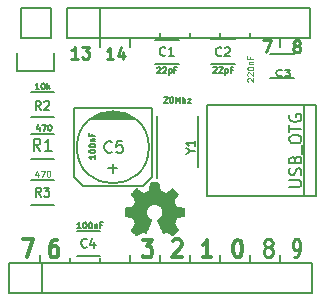
<source format=gbr>
G04 #@! TF.FileFunction,Legend,Top*
%FSLAX46Y46*%
G04 Gerber Fmt 4.6, Leading zero omitted, Abs format (unit mm)*
G04 Created by KiCad (PCBNEW 4.0.4+dfsg1-stable) date Sat Feb  4 10:26:13 2017*
%MOMM*%
%LPD*%
G01*
G04 APERTURE LIST*
%ADD10C,0.100000*%
%ADD11C,0.127000*%
%ADD12C,0.200000*%
%ADD13C,0.250000*%
%ADD14C,0.300000*%
%ADD15C,0.254000*%
%ADD16C,0.002540*%
%ADD17C,0.150000*%
%ADD18C,0.140000*%
%ADD19C,0.125000*%
G04 APERTURE END LIST*
D10*
D11*
X37694810Y-33933191D02*
X37694810Y-34223477D01*
X37694810Y-34078334D02*
X37186810Y-34078334D01*
X37259381Y-34126715D01*
X37307762Y-34175096D01*
X37331952Y-34223477D01*
X37186810Y-33618715D02*
X37186810Y-33570334D01*
X37211000Y-33521953D01*
X37235190Y-33497762D01*
X37283571Y-33473572D01*
X37380333Y-33449381D01*
X37501286Y-33449381D01*
X37598048Y-33473572D01*
X37646429Y-33497762D01*
X37670619Y-33521953D01*
X37694810Y-33570334D01*
X37694810Y-33618715D01*
X37670619Y-33667096D01*
X37646429Y-33691286D01*
X37598048Y-33715477D01*
X37501286Y-33739667D01*
X37380333Y-33739667D01*
X37283571Y-33715477D01*
X37235190Y-33691286D01*
X37211000Y-33667096D01*
X37186810Y-33618715D01*
X37186810Y-33134905D02*
X37186810Y-33086524D01*
X37211000Y-33038143D01*
X37235190Y-33013952D01*
X37283571Y-32989762D01*
X37380333Y-32965571D01*
X37501286Y-32965571D01*
X37598048Y-32989762D01*
X37646429Y-33013952D01*
X37670619Y-33038143D01*
X37694810Y-33086524D01*
X37694810Y-33134905D01*
X37670619Y-33183286D01*
X37646429Y-33207476D01*
X37598048Y-33231667D01*
X37501286Y-33255857D01*
X37380333Y-33255857D01*
X37283571Y-33231667D01*
X37235190Y-33207476D01*
X37211000Y-33183286D01*
X37186810Y-33134905D01*
X37356143Y-32747857D02*
X37694810Y-32747857D01*
X37404524Y-32747857D02*
X37380333Y-32723666D01*
X37356143Y-32675285D01*
X37356143Y-32602714D01*
X37380333Y-32554333D01*
X37428714Y-32530142D01*
X37694810Y-32530142D01*
X37428714Y-32118904D02*
X37428714Y-32288238D01*
X37694810Y-32288238D02*
X37186810Y-32288238D01*
X37186810Y-32046333D01*
D12*
X40640000Y-42926000D02*
X40640000Y-42418000D01*
X43180000Y-42926000D02*
X43180000Y-42418000D01*
X45720000Y-42926000D02*
X45720000Y-42418000D01*
X53340000Y-24130000D02*
X53340000Y-24765000D01*
X50800000Y-23876000D02*
X50800000Y-23622000D01*
X48260000Y-23876000D02*
X48260000Y-23622000D01*
X45720000Y-23876000D02*
X45720000Y-23622000D01*
X43180000Y-23876000D02*
X43180000Y-23622000D01*
X40640000Y-24130000D02*
X40640000Y-24765000D01*
X38100000Y-24130000D02*
X38100000Y-24765000D01*
X33020000Y-42926000D02*
X33020000Y-42418000D01*
X38100000Y-42926000D02*
X38100000Y-42672000D01*
X35560000Y-42926000D02*
X35560000Y-42672000D01*
X50800000Y-42926000D02*
X50800000Y-42418000D01*
X53340000Y-42926000D02*
X53340000Y-42418000D01*
X48260000Y-42926000D02*
X48260000Y-42418000D01*
D13*
X51889067Y-24217381D02*
X52555734Y-24217381D01*
X52127162Y-25217381D01*
X54641762Y-24645952D02*
X54546524Y-24598333D01*
X54498905Y-24550714D01*
X54451286Y-24455476D01*
X54451286Y-24407857D01*
X54498905Y-24312619D01*
X54546524Y-24265000D01*
X54641762Y-24217381D01*
X54832239Y-24217381D01*
X54927477Y-24265000D01*
X54975096Y-24312619D01*
X55022715Y-24407857D01*
X55022715Y-24455476D01*
X54975096Y-24550714D01*
X54927477Y-24598333D01*
X54832239Y-24645952D01*
X54641762Y-24645952D01*
X54546524Y-24693571D01*
X54498905Y-24741190D01*
X54451286Y-24836429D01*
X54451286Y-25026905D01*
X54498905Y-25122143D01*
X54546524Y-25169762D01*
X54641762Y-25217381D01*
X54832239Y-25217381D01*
X54927477Y-25169762D01*
X54975096Y-25122143D01*
X55022715Y-25026905D01*
X55022715Y-24836429D01*
X54975096Y-24741190D01*
X54927477Y-24693571D01*
X54832239Y-24645952D01*
X39204924Y-25826981D02*
X38633495Y-25826981D01*
X38919209Y-25826981D02*
X38919209Y-24826981D01*
X38823971Y-24969838D01*
X38728733Y-25065076D01*
X38633495Y-25112695D01*
X40062067Y-25160314D02*
X40062067Y-25826981D01*
X39823971Y-24779362D02*
X39585876Y-25493648D01*
X40204924Y-25493648D01*
X36233124Y-25750781D02*
X35661695Y-25750781D01*
X35947409Y-25750781D02*
X35947409Y-24750781D01*
X35852171Y-24893638D01*
X35756933Y-24988876D01*
X35661695Y-25036495D01*
X36566457Y-24750781D02*
X37185505Y-24750781D01*
X36852171Y-25131733D01*
X36995029Y-25131733D01*
X37090267Y-25179352D01*
X37137886Y-25226971D01*
X37185505Y-25322210D01*
X37185505Y-25560305D01*
X37137886Y-25655543D01*
X37090267Y-25703162D01*
X36995029Y-25750781D01*
X36709314Y-25750781D01*
X36614076Y-25703162D01*
X36566457Y-25655543D01*
D14*
X31555267Y-41063171D02*
X32401933Y-41063171D01*
X31857648Y-42563171D01*
X34430305Y-41088571D02*
X34188400Y-41088571D01*
X34067448Y-41160000D01*
X34006971Y-41231429D01*
X33886019Y-41445714D01*
X33825543Y-41731429D01*
X33825543Y-42302857D01*
X33886019Y-42445714D01*
X33946495Y-42517143D01*
X34067448Y-42588571D01*
X34309352Y-42588571D01*
X34430305Y-42517143D01*
X34490781Y-42445714D01*
X34551257Y-42302857D01*
X34551257Y-41945714D01*
X34490781Y-41802857D01*
X34430305Y-41731429D01*
X34309352Y-41660000D01*
X34067448Y-41660000D01*
X33946495Y-41731429D01*
X33886019Y-41802857D01*
X33825543Y-41945714D01*
X49672724Y-41088571D02*
X49793676Y-41088571D01*
X49914628Y-41160000D01*
X49975105Y-41231429D01*
X50035581Y-41374286D01*
X50096057Y-41660000D01*
X50096057Y-42017143D01*
X50035581Y-42302857D01*
X49975105Y-42445714D01*
X49914628Y-42517143D01*
X49793676Y-42588571D01*
X49672724Y-42588571D01*
X49551771Y-42517143D01*
X49491295Y-42445714D01*
X49430819Y-42302857D01*
X49370343Y-42017143D01*
X49370343Y-41660000D01*
X49430819Y-41374286D01*
X49491295Y-41231429D01*
X49551771Y-41160000D01*
X49672724Y-41088571D01*
D15*
X52203048Y-41706029D02*
X52082095Y-41634600D01*
X52021619Y-41563171D01*
X51961143Y-41420314D01*
X51961143Y-41348886D01*
X52021619Y-41206029D01*
X52082095Y-41134600D01*
X52203048Y-41063171D01*
X52444952Y-41063171D01*
X52565905Y-41134600D01*
X52626381Y-41206029D01*
X52686857Y-41348886D01*
X52686857Y-41420314D01*
X52626381Y-41563171D01*
X52565905Y-41634600D01*
X52444952Y-41706029D01*
X52203048Y-41706029D01*
X52082095Y-41777457D01*
X52021619Y-41848886D01*
X51961143Y-41991743D01*
X51961143Y-42277457D01*
X52021619Y-42420314D01*
X52082095Y-42491743D01*
X52203048Y-42563171D01*
X52444952Y-42563171D01*
X52565905Y-42491743D01*
X52626381Y-42420314D01*
X52686857Y-42277457D01*
X52686857Y-41991743D01*
X52626381Y-41848886D01*
X52565905Y-41777457D01*
X52444952Y-41706029D01*
X54518077Y-42562538D02*
X54711601Y-42562538D01*
X54808362Y-42491176D01*
X54856743Y-42419814D01*
X54953505Y-42205729D01*
X55001886Y-41920281D01*
X55001886Y-41349386D01*
X54953505Y-41206662D01*
X54905124Y-41135300D01*
X54808362Y-41063938D01*
X54614839Y-41063938D01*
X54518077Y-41135300D01*
X54469696Y-41206662D01*
X54421315Y-41349386D01*
X54421315Y-41706195D01*
X54469696Y-41848919D01*
X54518077Y-41920281D01*
X54614839Y-41991643D01*
X54808362Y-41991643D01*
X54905124Y-41920281D01*
X54953505Y-41848919D01*
X55001886Y-41706195D01*
D14*
X41689867Y-41088571D02*
X42476057Y-41088571D01*
X42052724Y-41660000D01*
X42234152Y-41660000D01*
X42355105Y-41731429D01*
X42415581Y-41802857D01*
X42476057Y-41945714D01*
X42476057Y-42302857D01*
X42415581Y-42445714D01*
X42355105Y-42517143D01*
X42234152Y-42588571D01*
X41871295Y-42588571D01*
X41750343Y-42517143D01*
X41689867Y-42445714D01*
X44264943Y-41206029D02*
X44325419Y-41134600D01*
X44446371Y-41063171D01*
X44748752Y-41063171D01*
X44869705Y-41134600D01*
X44930181Y-41206029D01*
X44990657Y-41348886D01*
X44990657Y-41491743D01*
X44930181Y-41706029D01*
X44204467Y-42563171D01*
X44990657Y-42563171D01*
X47505257Y-42588571D02*
X46779543Y-42588571D01*
X47142400Y-42588571D02*
X47142400Y-41088571D01*
X47021448Y-41302857D01*
X46900495Y-41445714D01*
X46779543Y-41517143D01*
D16*
G36*
X41158160Y-40726360D02*
X41183560Y-40711120D01*
X41241980Y-40675560D01*
X41325800Y-40619680D01*
X41424860Y-40553640D01*
X41523920Y-40487600D01*
X41605200Y-40434260D01*
X41661080Y-40396160D01*
X41686480Y-40383460D01*
X41699180Y-40388540D01*
X41744900Y-40411400D01*
X41813480Y-40446960D01*
X41854120Y-40467280D01*
X41915080Y-40492680D01*
X41948100Y-40500300D01*
X41953180Y-40490140D01*
X41976040Y-40441880D01*
X42011600Y-40360600D01*
X42057320Y-40251380D01*
X42113200Y-40124380D01*
X42169080Y-39989760D01*
X42227500Y-39850060D01*
X42283380Y-39715440D01*
X42331640Y-39596060D01*
X42372280Y-39499540D01*
X42397680Y-39430960D01*
X42407840Y-39403020D01*
X42405300Y-39395400D01*
X42372280Y-39364920D01*
X42318940Y-39324280D01*
X42199560Y-39227760D01*
X42082720Y-39082980D01*
X42011600Y-38917880D01*
X41988740Y-38732460D01*
X42009060Y-38562280D01*
X42075100Y-38399720D01*
X42189400Y-38252400D01*
X42329100Y-38143180D01*
X42491660Y-38074600D01*
X42672000Y-38051740D01*
X42844720Y-38072060D01*
X43012360Y-38138100D01*
X43159680Y-38249860D01*
X43223180Y-38320980D01*
X43309540Y-38470840D01*
X43357800Y-38628320D01*
X43362880Y-38668960D01*
X43355260Y-38844220D01*
X43304460Y-39014400D01*
X43210480Y-39164260D01*
X43080940Y-39288720D01*
X43065700Y-39298880D01*
X43007280Y-39344600D01*
X42966640Y-39375080D01*
X42936160Y-39400480D01*
X43159680Y-39938960D01*
X43195240Y-40022780D01*
X43256200Y-40170100D01*
X43309540Y-40297100D01*
X43352720Y-40398700D01*
X43383200Y-40464740D01*
X43395900Y-40492680D01*
X43395900Y-40495220D01*
X43416220Y-40497760D01*
X43456860Y-40482520D01*
X43533060Y-40446960D01*
X43581320Y-40421560D01*
X43639740Y-40393620D01*
X43665140Y-40383460D01*
X43688000Y-40396160D01*
X43741340Y-40431720D01*
X43822620Y-40485060D01*
X43919140Y-40548560D01*
X44010580Y-40612060D01*
X44094400Y-40667940D01*
X44155360Y-40706040D01*
X44185840Y-40723820D01*
X44190920Y-40723820D01*
X44216320Y-40708580D01*
X44264580Y-40667940D01*
X44338240Y-40599360D01*
X44442380Y-40495220D01*
X44457620Y-40479980D01*
X44543980Y-40393620D01*
X44612560Y-40319960D01*
X44658280Y-40269160D01*
X44676060Y-40246300D01*
X44676060Y-40246300D01*
X44660820Y-40215820D01*
X44622720Y-40154860D01*
X44566840Y-40068500D01*
X44498260Y-39969440D01*
X44320460Y-39710360D01*
X44416980Y-39466520D01*
X44447460Y-39390320D01*
X44485560Y-39301420D01*
X44513500Y-39235380D01*
X44528740Y-39207440D01*
X44554140Y-39197280D01*
X44622720Y-39182040D01*
X44719240Y-39161720D01*
X44833540Y-39141400D01*
X44945300Y-39121080D01*
X45044360Y-39100760D01*
X45115480Y-39088060D01*
X45148500Y-39080440D01*
X45156120Y-39075360D01*
X45163740Y-39060120D01*
X45166280Y-39027100D01*
X45168820Y-38966140D01*
X45171360Y-38872160D01*
X45171360Y-38732460D01*
X45171360Y-38717220D01*
X45168820Y-38587680D01*
X45166280Y-38481000D01*
X45163740Y-38414960D01*
X45158660Y-38387020D01*
X45158660Y-38387020D01*
X45128180Y-38379400D01*
X45057060Y-38364160D01*
X44958000Y-38346380D01*
X44838620Y-38323520D01*
X44831000Y-38320980D01*
X44714160Y-38298120D01*
X44615100Y-38277800D01*
X44543980Y-38262560D01*
X44516040Y-38252400D01*
X44508420Y-38244780D01*
X44485560Y-38199060D01*
X44452540Y-38125400D01*
X44411900Y-38036500D01*
X44373800Y-37942520D01*
X44340780Y-37858700D01*
X44317920Y-37797740D01*
X44310300Y-37769800D01*
X44312840Y-37767260D01*
X44330620Y-37739320D01*
X44371260Y-37678360D01*
X44427140Y-37594540D01*
X44495720Y-37492940D01*
X44500800Y-37485320D01*
X44569380Y-37386260D01*
X44625260Y-37299900D01*
X44660820Y-37241480D01*
X44676060Y-37213540D01*
X44676060Y-37211000D01*
X44653200Y-37180520D01*
X44602400Y-37124640D01*
X44528740Y-37048440D01*
X44442380Y-36959540D01*
X44414440Y-36934140D01*
X44315380Y-36837620D01*
X44249340Y-36776660D01*
X44206160Y-36743640D01*
X44185840Y-36736020D01*
X44185840Y-36736020D01*
X44155360Y-36753800D01*
X44091860Y-36794440D01*
X44008040Y-36852860D01*
X43906440Y-36921440D01*
X43898820Y-36926520D01*
X43799760Y-36995100D01*
X43715940Y-37050980D01*
X43657520Y-37091620D01*
X43629580Y-37106860D01*
X43627040Y-37106860D01*
X43586400Y-37094160D01*
X43515280Y-37068760D01*
X43426380Y-37035740D01*
X43334940Y-36997640D01*
X43251120Y-36962080D01*
X43187620Y-36934140D01*
X43157140Y-36916360D01*
X43157140Y-36916360D01*
X43146980Y-36880800D01*
X43129200Y-36804600D01*
X43108880Y-36703000D01*
X43083480Y-36581080D01*
X43080940Y-36560760D01*
X43058080Y-36441380D01*
X43040300Y-36342320D01*
X43025060Y-36273740D01*
X43017440Y-36245800D01*
X43002200Y-36243260D01*
X42943780Y-36238180D01*
X42854880Y-36235640D01*
X42745660Y-36235640D01*
X42633900Y-36235640D01*
X42524680Y-36238180D01*
X42430700Y-36240720D01*
X42362120Y-36245800D01*
X42334180Y-36250880D01*
X42334180Y-36253420D01*
X42324020Y-36291520D01*
X42306240Y-36365180D01*
X42285920Y-36469320D01*
X42263060Y-36591240D01*
X42257980Y-36614100D01*
X42235120Y-36730940D01*
X42214800Y-36830000D01*
X42202100Y-36896040D01*
X42194480Y-36923980D01*
X42181780Y-36929060D01*
X42133520Y-36949380D01*
X42054780Y-36982400D01*
X41955720Y-37023040D01*
X41727120Y-37114480D01*
X41445180Y-36923980D01*
X41419780Y-36906200D01*
X41318180Y-36837620D01*
X41236900Y-36781740D01*
X41178480Y-36743640D01*
X41155620Y-36730940D01*
X41153080Y-36730940D01*
X41125140Y-36756340D01*
X41069260Y-36809680D01*
X40993060Y-36883340D01*
X40904160Y-36969700D01*
X40840660Y-37035740D01*
X40761920Y-37114480D01*
X40713660Y-37167820D01*
X40685720Y-37200840D01*
X40678100Y-37221160D01*
X40680640Y-37236400D01*
X40698420Y-37264340D01*
X40739060Y-37325300D01*
X40797480Y-37411660D01*
X40866060Y-37510720D01*
X40921940Y-37594540D01*
X40982900Y-37688520D01*
X41021000Y-37754560D01*
X41036240Y-37787580D01*
X41031160Y-37800280D01*
X41013380Y-37856160D01*
X40977820Y-37939980D01*
X40937180Y-38039040D01*
X40838120Y-38260020D01*
X40693340Y-38287960D01*
X40604440Y-38305740D01*
X40482520Y-38328600D01*
X40363140Y-38351460D01*
X40180260Y-38387020D01*
X40172640Y-39062660D01*
X40200580Y-39075360D01*
X40228520Y-39082980D01*
X40297100Y-39098220D01*
X40393620Y-39118540D01*
X40510460Y-39138860D01*
X40606980Y-39156640D01*
X40706040Y-39176960D01*
X40777160Y-39189660D01*
X40807640Y-39197280D01*
X40817800Y-39207440D01*
X40840660Y-39255700D01*
X40876220Y-39331900D01*
X40916860Y-39423340D01*
X40954960Y-39517320D01*
X40990520Y-39606220D01*
X41013380Y-39672260D01*
X41023540Y-39705280D01*
X41010840Y-39733220D01*
X40972740Y-39791640D01*
X40919400Y-39872920D01*
X40850820Y-39971980D01*
X40784780Y-40068500D01*
X40726360Y-40152320D01*
X40688260Y-40213280D01*
X40670480Y-40241220D01*
X40680640Y-40259000D01*
X40718740Y-40307260D01*
X40792400Y-40383460D01*
X40904160Y-40492680D01*
X40921940Y-40510460D01*
X41008300Y-40594280D01*
X41081960Y-40662860D01*
X41135300Y-40708580D01*
X41158160Y-40726360D01*
X41158160Y-40726360D01*
G37*
X41158160Y-40726360D02*
X41183560Y-40711120D01*
X41241980Y-40675560D01*
X41325800Y-40619680D01*
X41424860Y-40553640D01*
X41523920Y-40487600D01*
X41605200Y-40434260D01*
X41661080Y-40396160D01*
X41686480Y-40383460D01*
X41699180Y-40388540D01*
X41744900Y-40411400D01*
X41813480Y-40446960D01*
X41854120Y-40467280D01*
X41915080Y-40492680D01*
X41948100Y-40500300D01*
X41953180Y-40490140D01*
X41976040Y-40441880D01*
X42011600Y-40360600D01*
X42057320Y-40251380D01*
X42113200Y-40124380D01*
X42169080Y-39989760D01*
X42227500Y-39850060D01*
X42283380Y-39715440D01*
X42331640Y-39596060D01*
X42372280Y-39499540D01*
X42397680Y-39430960D01*
X42407840Y-39403020D01*
X42405300Y-39395400D01*
X42372280Y-39364920D01*
X42318940Y-39324280D01*
X42199560Y-39227760D01*
X42082720Y-39082980D01*
X42011600Y-38917880D01*
X41988740Y-38732460D01*
X42009060Y-38562280D01*
X42075100Y-38399720D01*
X42189400Y-38252400D01*
X42329100Y-38143180D01*
X42491660Y-38074600D01*
X42672000Y-38051740D01*
X42844720Y-38072060D01*
X43012360Y-38138100D01*
X43159680Y-38249860D01*
X43223180Y-38320980D01*
X43309540Y-38470840D01*
X43357800Y-38628320D01*
X43362880Y-38668960D01*
X43355260Y-38844220D01*
X43304460Y-39014400D01*
X43210480Y-39164260D01*
X43080940Y-39288720D01*
X43065700Y-39298880D01*
X43007280Y-39344600D01*
X42966640Y-39375080D01*
X42936160Y-39400480D01*
X43159680Y-39938960D01*
X43195240Y-40022780D01*
X43256200Y-40170100D01*
X43309540Y-40297100D01*
X43352720Y-40398700D01*
X43383200Y-40464740D01*
X43395900Y-40492680D01*
X43395900Y-40495220D01*
X43416220Y-40497760D01*
X43456860Y-40482520D01*
X43533060Y-40446960D01*
X43581320Y-40421560D01*
X43639740Y-40393620D01*
X43665140Y-40383460D01*
X43688000Y-40396160D01*
X43741340Y-40431720D01*
X43822620Y-40485060D01*
X43919140Y-40548560D01*
X44010580Y-40612060D01*
X44094400Y-40667940D01*
X44155360Y-40706040D01*
X44185840Y-40723820D01*
X44190920Y-40723820D01*
X44216320Y-40708580D01*
X44264580Y-40667940D01*
X44338240Y-40599360D01*
X44442380Y-40495220D01*
X44457620Y-40479980D01*
X44543980Y-40393620D01*
X44612560Y-40319960D01*
X44658280Y-40269160D01*
X44676060Y-40246300D01*
X44676060Y-40246300D01*
X44660820Y-40215820D01*
X44622720Y-40154860D01*
X44566840Y-40068500D01*
X44498260Y-39969440D01*
X44320460Y-39710360D01*
X44416980Y-39466520D01*
X44447460Y-39390320D01*
X44485560Y-39301420D01*
X44513500Y-39235380D01*
X44528740Y-39207440D01*
X44554140Y-39197280D01*
X44622720Y-39182040D01*
X44719240Y-39161720D01*
X44833540Y-39141400D01*
X44945300Y-39121080D01*
X45044360Y-39100760D01*
X45115480Y-39088060D01*
X45148500Y-39080440D01*
X45156120Y-39075360D01*
X45163740Y-39060120D01*
X45166280Y-39027100D01*
X45168820Y-38966140D01*
X45171360Y-38872160D01*
X45171360Y-38732460D01*
X45171360Y-38717220D01*
X45168820Y-38587680D01*
X45166280Y-38481000D01*
X45163740Y-38414960D01*
X45158660Y-38387020D01*
X45158660Y-38387020D01*
X45128180Y-38379400D01*
X45057060Y-38364160D01*
X44958000Y-38346380D01*
X44838620Y-38323520D01*
X44831000Y-38320980D01*
X44714160Y-38298120D01*
X44615100Y-38277800D01*
X44543980Y-38262560D01*
X44516040Y-38252400D01*
X44508420Y-38244780D01*
X44485560Y-38199060D01*
X44452540Y-38125400D01*
X44411900Y-38036500D01*
X44373800Y-37942520D01*
X44340780Y-37858700D01*
X44317920Y-37797740D01*
X44310300Y-37769800D01*
X44312840Y-37767260D01*
X44330620Y-37739320D01*
X44371260Y-37678360D01*
X44427140Y-37594540D01*
X44495720Y-37492940D01*
X44500800Y-37485320D01*
X44569380Y-37386260D01*
X44625260Y-37299900D01*
X44660820Y-37241480D01*
X44676060Y-37213540D01*
X44676060Y-37211000D01*
X44653200Y-37180520D01*
X44602400Y-37124640D01*
X44528740Y-37048440D01*
X44442380Y-36959540D01*
X44414440Y-36934140D01*
X44315380Y-36837620D01*
X44249340Y-36776660D01*
X44206160Y-36743640D01*
X44185840Y-36736020D01*
X44185840Y-36736020D01*
X44155360Y-36753800D01*
X44091860Y-36794440D01*
X44008040Y-36852860D01*
X43906440Y-36921440D01*
X43898820Y-36926520D01*
X43799760Y-36995100D01*
X43715940Y-37050980D01*
X43657520Y-37091620D01*
X43629580Y-37106860D01*
X43627040Y-37106860D01*
X43586400Y-37094160D01*
X43515280Y-37068760D01*
X43426380Y-37035740D01*
X43334940Y-36997640D01*
X43251120Y-36962080D01*
X43187620Y-36934140D01*
X43157140Y-36916360D01*
X43157140Y-36916360D01*
X43146980Y-36880800D01*
X43129200Y-36804600D01*
X43108880Y-36703000D01*
X43083480Y-36581080D01*
X43080940Y-36560760D01*
X43058080Y-36441380D01*
X43040300Y-36342320D01*
X43025060Y-36273740D01*
X43017440Y-36245800D01*
X43002200Y-36243260D01*
X42943780Y-36238180D01*
X42854880Y-36235640D01*
X42745660Y-36235640D01*
X42633900Y-36235640D01*
X42524680Y-36238180D01*
X42430700Y-36240720D01*
X42362120Y-36245800D01*
X42334180Y-36250880D01*
X42334180Y-36253420D01*
X42324020Y-36291520D01*
X42306240Y-36365180D01*
X42285920Y-36469320D01*
X42263060Y-36591240D01*
X42257980Y-36614100D01*
X42235120Y-36730940D01*
X42214800Y-36830000D01*
X42202100Y-36896040D01*
X42194480Y-36923980D01*
X42181780Y-36929060D01*
X42133520Y-36949380D01*
X42054780Y-36982400D01*
X41955720Y-37023040D01*
X41727120Y-37114480D01*
X41445180Y-36923980D01*
X41419780Y-36906200D01*
X41318180Y-36837620D01*
X41236900Y-36781740D01*
X41178480Y-36743640D01*
X41155620Y-36730940D01*
X41153080Y-36730940D01*
X41125140Y-36756340D01*
X41069260Y-36809680D01*
X40993060Y-36883340D01*
X40904160Y-36969700D01*
X40840660Y-37035740D01*
X40761920Y-37114480D01*
X40713660Y-37167820D01*
X40685720Y-37200840D01*
X40678100Y-37221160D01*
X40680640Y-37236400D01*
X40698420Y-37264340D01*
X40739060Y-37325300D01*
X40797480Y-37411660D01*
X40866060Y-37510720D01*
X40921940Y-37594540D01*
X40982900Y-37688520D01*
X41021000Y-37754560D01*
X41036240Y-37787580D01*
X41031160Y-37800280D01*
X41013380Y-37856160D01*
X40977820Y-37939980D01*
X40937180Y-38039040D01*
X40838120Y-38260020D01*
X40693340Y-38287960D01*
X40604440Y-38305740D01*
X40482520Y-38328600D01*
X40363140Y-38351460D01*
X40180260Y-38387020D01*
X40172640Y-39062660D01*
X40200580Y-39075360D01*
X40228520Y-39082980D01*
X40297100Y-39098220D01*
X40393620Y-39118540D01*
X40510460Y-39138860D01*
X40606980Y-39156640D01*
X40706040Y-39176960D01*
X40777160Y-39189660D01*
X40807640Y-39197280D01*
X40817800Y-39207440D01*
X40840660Y-39255700D01*
X40876220Y-39331900D01*
X40916860Y-39423340D01*
X40954960Y-39517320D01*
X40990520Y-39606220D01*
X41013380Y-39672260D01*
X41023540Y-39705280D01*
X41010840Y-39733220D01*
X40972740Y-39791640D01*
X40919400Y-39872920D01*
X40850820Y-39971980D01*
X40784780Y-40068500D01*
X40726360Y-40152320D01*
X40688260Y-40213280D01*
X40670480Y-40241220D01*
X40680640Y-40259000D01*
X40718740Y-40307260D01*
X40792400Y-40383460D01*
X40904160Y-40492680D01*
X40921940Y-40510460D01*
X41008300Y-40594280D01*
X41081960Y-40662860D01*
X41135300Y-40708580D01*
X41158160Y-40726360D01*
D17*
X35293300Y-23990300D02*
X38087300Y-23990300D01*
X35293300Y-21450300D02*
X35293300Y-23990300D01*
X38087300Y-21450300D02*
X35293300Y-21450300D01*
X38087300Y-23990300D02*
X55867300Y-23990300D01*
X55867300Y-23990300D02*
X55867300Y-21450300D01*
X55867300Y-21450300D02*
X38087300Y-21450300D01*
X38087300Y-23990300D02*
X38087300Y-21450300D01*
X30340300Y-45593000D02*
X33134300Y-45593000D01*
X30340300Y-43053000D02*
X30340300Y-45593000D01*
X33134300Y-43053000D02*
X30340300Y-43053000D01*
X33134300Y-45593000D02*
X55994300Y-45593000D01*
X55994300Y-45593000D02*
X55994300Y-43053000D01*
X55994300Y-43053000D02*
X33134300Y-43053000D01*
X33134300Y-45593000D02*
X33134300Y-43053000D01*
X46340500Y-30610500D02*
X46340500Y-34910500D01*
X42940500Y-35860500D02*
X42940500Y-30610500D01*
X42738800Y-26209100D02*
X44738800Y-26209100D01*
X44738800Y-24159100D02*
X42738800Y-24159100D01*
X49475900Y-24133700D02*
X47475900Y-24133700D01*
X47475900Y-26183700D02*
X49475900Y-26183700D01*
X52479700Y-27415600D02*
X54479700Y-27415600D01*
X54479700Y-25365600D02*
X52479700Y-25365600D01*
X38108000Y-40377000D02*
X36108000Y-40377000D01*
X36108000Y-42427000D02*
X38108000Y-42427000D01*
X55374540Y-37360860D02*
X55374540Y-29659580D01*
X56375300Y-37360860D02*
X56375300Y-29659580D01*
X56375300Y-29659580D02*
X47175420Y-29659580D01*
X47175420Y-29659580D02*
X47175420Y-37360860D01*
X47175420Y-37360860D02*
X56375300Y-37360860D01*
X34207960Y-34272800D02*
X32207960Y-34272800D01*
X32207960Y-32122800D02*
X34207960Y-32122800D01*
X34223200Y-30716800D02*
X32223200Y-30716800D01*
X32223200Y-28566800D02*
X34223200Y-28566800D01*
X34223200Y-38159000D02*
X32223200Y-38159000D01*
X32223200Y-36009000D02*
X34223200Y-36009000D01*
X34189000Y-26823000D02*
X34189000Y-25273000D01*
X33909000Y-21463000D02*
X33909000Y-24003000D01*
X33909000Y-24003000D02*
X31369000Y-24003000D01*
X31089000Y-25273000D02*
X31089000Y-26823000D01*
X31089000Y-26823000D02*
X34189000Y-26823000D01*
X31369000Y-24003000D02*
X31369000Y-21463000D01*
X31369000Y-21463000D02*
X33909000Y-21463000D01*
X39928800Y-30345380D02*
X38404800Y-30345380D01*
X38023800Y-30472380D02*
X40309800Y-30472380D01*
X40563800Y-30599380D02*
X37769800Y-30599380D01*
X37515800Y-30726380D02*
X40817800Y-30726380D01*
X40944800Y-30853380D02*
X37388800Y-30853380D01*
X42468800Y-29964380D02*
X35864800Y-29964380D01*
X35864800Y-29964380D02*
X35864800Y-35806380D01*
X35864800Y-35806380D02*
X36626800Y-36568380D01*
X36626800Y-36568380D02*
X41706800Y-36568380D01*
X41706800Y-36568380D02*
X42468800Y-35806380D01*
X42468800Y-35806380D02*
X42468800Y-29964380D01*
X39166800Y-35425380D02*
X39166800Y-34663380D01*
X39547800Y-35044380D02*
X38785800Y-35044380D01*
X42214800Y-33266380D02*
G75*
G03X42214800Y-33266380I-3048000J0D01*
G01*
X45752657Y-33611457D02*
X46115514Y-33611457D01*
X45353514Y-33865457D02*
X45752657Y-33611457D01*
X45353514Y-33357457D01*
X46115514Y-32704314D02*
X46115514Y-33139742D01*
X46115514Y-32922028D02*
X45353514Y-32922028D01*
X45462371Y-32994599D01*
X45534943Y-33067171D01*
X45571229Y-33139742D01*
D11*
X43515038Y-29030990D02*
X43539228Y-29006800D01*
X43587609Y-28982610D01*
X43708562Y-28982610D01*
X43756943Y-29006800D01*
X43781133Y-29030990D01*
X43805324Y-29079371D01*
X43805324Y-29127752D01*
X43781133Y-29200324D01*
X43490847Y-29490610D01*
X43805324Y-29490610D01*
X44119800Y-28982610D02*
X44168181Y-28982610D01*
X44216562Y-29006800D01*
X44240753Y-29030990D01*
X44264943Y-29079371D01*
X44289134Y-29176133D01*
X44289134Y-29297086D01*
X44264943Y-29393848D01*
X44240753Y-29442229D01*
X44216562Y-29466419D01*
X44168181Y-29490610D01*
X44119800Y-29490610D01*
X44071419Y-29466419D01*
X44047229Y-29442229D01*
X44023038Y-29393848D01*
X43998848Y-29297086D01*
X43998848Y-29176133D01*
X44023038Y-29079371D01*
X44047229Y-29030990D01*
X44071419Y-29006800D01*
X44119800Y-28982610D01*
X44506848Y-29490610D02*
X44506848Y-28982610D01*
X44676182Y-29345467D01*
X44845515Y-28982610D01*
X44845515Y-29490610D01*
X45087419Y-29490610D02*
X45087419Y-28982610D01*
X45305134Y-29490610D02*
X45305134Y-29224514D01*
X45280943Y-29176133D01*
X45232562Y-29151943D01*
X45159991Y-29151943D01*
X45111610Y-29176133D01*
X45087419Y-29200324D01*
X45498657Y-29151943D02*
X45764753Y-29151943D01*
X45498657Y-29490610D01*
X45764753Y-29490610D01*
X43611800Y-25443543D02*
X43575514Y-25479829D01*
X43466657Y-25516114D01*
X43394086Y-25516114D01*
X43285229Y-25479829D01*
X43212657Y-25407257D01*
X43176372Y-25334686D01*
X43140086Y-25189543D01*
X43140086Y-25080686D01*
X43176372Y-24935543D01*
X43212657Y-24862971D01*
X43285229Y-24790400D01*
X43394086Y-24754114D01*
X43466657Y-24754114D01*
X43575514Y-24790400D01*
X43611800Y-24826686D01*
X44337514Y-25516114D02*
X43902086Y-25516114D01*
X44119800Y-25516114D02*
X44119800Y-24754114D01*
X44047229Y-24862971D01*
X43974657Y-24935543D01*
X43902086Y-24971829D01*
X42929628Y-26516390D02*
X42953818Y-26492200D01*
X43002199Y-26468010D01*
X43123152Y-26468010D01*
X43171533Y-26492200D01*
X43195723Y-26516390D01*
X43219914Y-26564771D01*
X43219914Y-26613152D01*
X43195723Y-26685724D01*
X42905437Y-26976010D01*
X43219914Y-26976010D01*
X43413438Y-26516390D02*
X43437628Y-26492200D01*
X43486009Y-26468010D01*
X43606962Y-26468010D01*
X43655343Y-26492200D01*
X43679533Y-26516390D01*
X43703724Y-26564771D01*
X43703724Y-26613152D01*
X43679533Y-26685724D01*
X43389247Y-26976010D01*
X43703724Y-26976010D01*
X43921438Y-26637343D02*
X43921438Y-27145343D01*
X43921438Y-26661533D02*
X43969819Y-26637343D01*
X44066581Y-26637343D01*
X44114962Y-26661533D01*
X44139153Y-26685724D01*
X44163343Y-26734105D01*
X44163343Y-26879248D01*
X44139153Y-26927629D01*
X44114962Y-26951819D01*
X44066581Y-26976010D01*
X43969819Y-26976010D01*
X43921438Y-26951819D01*
X44550391Y-26709914D02*
X44381057Y-26709914D01*
X44381057Y-26976010D02*
X44381057Y-26468010D01*
X44622962Y-26468010D01*
X48361600Y-25468943D02*
X48325314Y-25505229D01*
X48216457Y-25541514D01*
X48143886Y-25541514D01*
X48035029Y-25505229D01*
X47962457Y-25432657D01*
X47926172Y-25360086D01*
X47889886Y-25214943D01*
X47889886Y-25106086D01*
X47926172Y-24960943D01*
X47962457Y-24888371D01*
X48035029Y-24815800D01*
X48143886Y-24779514D01*
X48216457Y-24779514D01*
X48325314Y-24815800D01*
X48361600Y-24852086D01*
X48651886Y-24852086D02*
X48688172Y-24815800D01*
X48760743Y-24779514D01*
X48942172Y-24779514D01*
X49014743Y-24815800D01*
X49051029Y-24852086D01*
X49087314Y-24924657D01*
X49087314Y-24997229D01*
X49051029Y-25106086D01*
X48615600Y-25541514D01*
X49087314Y-25541514D01*
X47679428Y-26490990D02*
X47703618Y-26466800D01*
X47751999Y-26442610D01*
X47872952Y-26442610D01*
X47921333Y-26466800D01*
X47945523Y-26490990D01*
X47969714Y-26539371D01*
X47969714Y-26587752D01*
X47945523Y-26660324D01*
X47655237Y-26950610D01*
X47969714Y-26950610D01*
X48163238Y-26490990D02*
X48187428Y-26466800D01*
X48235809Y-26442610D01*
X48356762Y-26442610D01*
X48405143Y-26466800D01*
X48429333Y-26490990D01*
X48453524Y-26539371D01*
X48453524Y-26587752D01*
X48429333Y-26660324D01*
X48139047Y-26950610D01*
X48453524Y-26950610D01*
X48671238Y-26611943D02*
X48671238Y-27119943D01*
X48671238Y-26636133D02*
X48719619Y-26611943D01*
X48816381Y-26611943D01*
X48864762Y-26636133D01*
X48888953Y-26660324D01*
X48913143Y-26708705D01*
X48913143Y-26853848D01*
X48888953Y-26902229D01*
X48864762Y-26926419D01*
X48816381Y-26950610D01*
X48719619Y-26950610D01*
X48671238Y-26926419D01*
X49300191Y-26684514D02*
X49130857Y-26684514D01*
X49130857Y-26950610D02*
X49130857Y-26442610D01*
X49372762Y-26442610D01*
D18*
X53467000Y-27200200D02*
X53430714Y-27226867D01*
X53321857Y-27253533D01*
X53249286Y-27253533D01*
X53140429Y-27226867D01*
X53067857Y-27173533D01*
X53031572Y-27120200D01*
X52995286Y-27013533D01*
X52995286Y-26933533D01*
X53031572Y-26826867D01*
X53067857Y-26773533D01*
X53140429Y-26720200D01*
X53249286Y-26693533D01*
X53321857Y-26693533D01*
X53430714Y-26720200D01*
X53467000Y-26746867D01*
X53721000Y-26693533D02*
X54192714Y-26693533D01*
X53938714Y-26906867D01*
X54047572Y-26906867D01*
X54120143Y-26933533D01*
X54156429Y-26960200D01*
X54192714Y-27013533D01*
X54192714Y-27146867D01*
X54156429Y-27200200D01*
X54120143Y-27226867D01*
X54047572Y-27253533D01*
X53829857Y-27253533D01*
X53757286Y-27226867D01*
X53721000Y-27200200D01*
D19*
X50595590Y-27695677D02*
X50571400Y-27671487D01*
X50547210Y-27623106D01*
X50547210Y-27502153D01*
X50571400Y-27453772D01*
X50595590Y-27429582D01*
X50643971Y-27405391D01*
X50692352Y-27405391D01*
X50764924Y-27429582D01*
X51055210Y-27719868D01*
X51055210Y-27405391D01*
X50595590Y-27211867D02*
X50571400Y-27187677D01*
X50547210Y-27139296D01*
X50547210Y-27018343D01*
X50571400Y-26969962D01*
X50595590Y-26945772D01*
X50643971Y-26921581D01*
X50692352Y-26921581D01*
X50764924Y-26945772D01*
X51055210Y-27236058D01*
X51055210Y-26921581D01*
X50547210Y-26607105D02*
X50547210Y-26558724D01*
X50571400Y-26510343D01*
X50595590Y-26486152D01*
X50643971Y-26461962D01*
X50740733Y-26437771D01*
X50861686Y-26437771D01*
X50958448Y-26461962D01*
X51006829Y-26486152D01*
X51031019Y-26510343D01*
X51055210Y-26558724D01*
X51055210Y-26607105D01*
X51031019Y-26655486D01*
X51006829Y-26679676D01*
X50958448Y-26703867D01*
X50861686Y-26728057D01*
X50740733Y-26728057D01*
X50643971Y-26703867D01*
X50595590Y-26679676D01*
X50571400Y-26655486D01*
X50547210Y-26607105D01*
X50716543Y-26220057D02*
X51055210Y-26220057D01*
X50764924Y-26220057D02*
X50740733Y-26195866D01*
X50716543Y-26147485D01*
X50716543Y-26074914D01*
X50740733Y-26026533D01*
X50789114Y-26002342D01*
X51055210Y-26002342D01*
X50789114Y-25591104D02*
X50789114Y-25760438D01*
X51055210Y-25760438D02*
X50547210Y-25760438D01*
X50547210Y-25518533D01*
D11*
X36957000Y-41674143D02*
X36920714Y-41710429D01*
X36811857Y-41746714D01*
X36739286Y-41746714D01*
X36630429Y-41710429D01*
X36557857Y-41637857D01*
X36521572Y-41565286D01*
X36485286Y-41420143D01*
X36485286Y-41311286D01*
X36521572Y-41166143D01*
X36557857Y-41093571D01*
X36630429Y-41021000D01*
X36739286Y-40984714D01*
X36811857Y-40984714D01*
X36920714Y-41021000D01*
X36957000Y-41057286D01*
X37610143Y-41238714D02*
X37610143Y-41746714D01*
X37428714Y-40948429D02*
X37247286Y-41492714D01*
X37719000Y-41492714D01*
X36450209Y-40133210D02*
X36159923Y-40133210D01*
X36305066Y-40133210D02*
X36305066Y-39625210D01*
X36256685Y-39697781D01*
X36208304Y-39746162D01*
X36159923Y-39770352D01*
X36764685Y-39625210D02*
X36813066Y-39625210D01*
X36861447Y-39649400D01*
X36885638Y-39673590D01*
X36909828Y-39721971D01*
X36934019Y-39818733D01*
X36934019Y-39939686D01*
X36909828Y-40036448D01*
X36885638Y-40084829D01*
X36861447Y-40109019D01*
X36813066Y-40133210D01*
X36764685Y-40133210D01*
X36716304Y-40109019D01*
X36692114Y-40084829D01*
X36667923Y-40036448D01*
X36643733Y-39939686D01*
X36643733Y-39818733D01*
X36667923Y-39721971D01*
X36692114Y-39673590D01*
X36716304Y-39649400D01*
X36764685Y-39625210D01*
X37248495Y-39625210D02*
X37296876Y-39625210D01*
X37345257Y-39649400D01*
X37369448Y-39673590D01*
X37393638Y-39721971D01*
X37417829Y-39818733D01*
X37417829Y-39939686D01*
X37393638Y-40036448D01*
X37369448Y-40084829D01*
X37345257Y-40109019D01*
X37296876Y-40133210D01*
X37248495Y-40133210D01*
X37200114Y-40109019D01*
X37175924Y-40084829D01*
X37151733Y-40036448D01*
X37127543Y-39939686D01*
X37127543Y-39818733D01*
X37151733Y-39721971D01*
X37175924Y-39673590D01*
X37200114Y-39649400D01*
X37248495Y-39625210D01*
X37635543Y-39794543D02*
X37635543Y-40133210D01*
X37635543Y-39842924D02*
X37659734Y-39818733D01*
X37708115Y-39794543D01*
X37780686Y-39794543D01*
X37829067Y-39818733D01*
X37853258Y-39867114D01*
X37853258Y-40133210D01*
X38264496Y-39867114D02*
X38095162Y-39867114D01*
X38095162Y-40133210D02*
X38095162Y-39625210D01*
X38337067Y-39625210D01*
D17*
X54113181Y-36626419D02*
X54922705Y-36626419D01*
X55017943Y-36578800D01*
X55065562Y-36531181D01*
X55113181Y-36435943D01*
X55113181Y-36245466D01*
X55065562Y-36150228D01*
X55017943Y-36102609D01*
X54922705Y-36054990D01*
X54113181Y-36054990D01*
X55065562Y-35626419D02*
X55113181Y-35483562D01*
X55113181Y-35245466D01*
X55065562Y-35150228D01*
X55017943Y-35102609D01*
X54922705Y-35054990D01*
X54827467Y-35054990D01*
X54732229Y-35102609D01*
X54684610Y-35150228D01*
X54636990Y-35245466D01*
X54589371Y-35435943D01*
X54541752Y-35531181D01*
X54494133Y-35578800D01*
X54398895Y-35626419D01*
X54303657Y-35626419D01*
X54208419Y-35578800D01*
X54160800Y-35531181D01*
X54113181Y-35435943D01*
X54113181Y-35197847D01*
X54160800Y-35054990D01*
X54589371Y-34293085D02*
X54636990Y-34150228D01*
X54684610Y-34102609D01*
X54779848Y-34054990D01*
X54922705Y-34054990D01*
X55017943Y-34102609D01*
X55065562Y-34150228D01*
X55113181Y-34245466D01*
X55113181Y-34626419D01*
X54113181Y-34626419D01*
X54113181Y-34293085D01*
X54160800Y-34197847D01*
X54208419Y-34150228D01*
X54303657Y-34102609D01*
X54398895Y-34102609D01*
X54494133Y-34150228D01*
X54541752Y-34197847D01*
X54589371Y-34293085D01*
X54589371Y-34626419D01*
X55208419Y-33864514D02*
X55208419Y-33102609D01*
X54113181Y-32674038D02*
X54113181Y-32483561D01*
X54160800Y-32388323D01*
X54256038Y-32293085D01*
X54446514Y-32245466D01*
X54779848Y-32245466D01*
X54970324Y-32293085D01*
X55065562Y-32388323D01*
X55113181Y-32483561D01*
X55113181Y-32674038D01*
X55065562Y-32769276D01*
X54970324Y-32864514D01*
X54779848Y-32912133D01*
X54446514Y-32912133D01*
X54256038Y-32864514D01*
X54160800Y-32769276D01*
X54113181Y-32674038D01*
X54113181Y-31959752D02*
X54113181Y-31388323D01*
X55113181Y-31674038D02*
X54113181Y-31674038D01*
X54160800Y-30531180D02*
X54113181Y-30626418D01*
X54113181Y-30769275D01*
X54160800Y-30912133D01*
X54256038Y-31007371D01*
X54351276Y-31054990D01*
X54541752Y-31102609D01*
X54684610Y-31102609D01*
X54875086Y-31054990D01*
X54970324Y-31007371D01*
X55065562Y-30912133D01*
X55113181Y-30769275D01*
X55113181Y-30674037D01*
X55065562Y-30531180D01*
X55017943Y-30483561D01*
X54684610Y-30483561D01*
X54684610Y-30674037D01*
X33031134Y-33548581D02*
X32697800Y-33072390D01*
X32459705Y-33548581D02*
X32459705Y-32548581D01*
X32840658Y-32548581D01*
X32935896Y-32596200D01*
X32983515Y-32643819D01*
X33031134Y-32739057D01*
X33031134Y-32881914D01*
X32983515Y-32977152D01*
X32935896Y-33024771D01*
X32840658Y-33072390D01*
X32459705Y-33072390D01*
X33983515Y-33548581D02*
X33412086Y-33548581D01*
X33697800Y-33548581D02*
X33697800Y-32548581D01*
X33602562Y-32691438D01*
X33507324Y-32786676D01*
X33412086Y-32834295D01*
D11*
X32963152Y-31514143D02*
X32963152Y-31852810D01*
X32842199Y-31320619D02*
X32721247Y-31683476D01*
X33035723Y-31683476D01*
X33180866Y-31344810D02*
X33519533Y-31344810D01*
X33301819Y-31852810D01*
X33809819Y-31344810D02*
X33858200Y-31344810D01*
X33906581Y-31369000D01*
X33930772Y-31393190D01*
X33954962Y-31441571D01*
X33979153Y-31538333D01*
X33979153Y-31659286D01*
X33954962Y-31756048D01*
X33930772Y-31804429D01*
X33906581Y-31828619D01*
X33858200Y-31852810D01*
X33809819Y-31852810D01*
X33761438Y-31828619D01*
X33737248Y-31804429D01*
X33713057Y-31756048D01*
X33688867Y-31659286D01*
X33688867Y-31538333D01*
X33713057Y-31441571D01*
X33737248Y-31393190D01*
X33761438Y-31369000D01*
X33809819Y-31344810D01*
D17*
X33070800Y-30088114D02*
X32816800Y-29725257D01*
X32635372Y-30088114D02*
X32635372Y-29326114D01*
X32925657Y-29326114D01*
X32998229Y-29362400D01*
X33034514Y-29398686D01*
X33070800Y-29471257D01*
X33070800Y-29580114D01*
X33034514Y-29652686D01*
X32998229Y-29688971D01*
X32925657Y-29725257D01*
X32635372Y-29725257D01*
X33361086Y-29398686D02*
X33397372Y-29362400D01*
X33469943Y-29326114D01*
X33651372Y-29326114D01*
X33723943Y-29362400D01*
X33760229Y-29398686D01*
X33796514Y-29471257D01*
X33796514Y-29543829D01*
X33760229Y-29652686D01*
X33324800Y-30088114D01*
X33796514Y-30088114D01*
D11*
X32920819Y-28347610D02*
X32630533Y-28347610D01*
X32775676Y-28347610D02*
X32775676Y-27839610D01*
X32727295Y-27912181D01*
X32678914Y-27960562D01*
X32630533Y-27984752D01*
X33235295Y-27839610D02*
X33283676Y-27839610D01*
X33332057Y-27863800D01*
X33356248Y-27887990D01*
X33380438Y-27936371D01*
X33404629Y-28033133D01*
X33404629Y-28154086D01*
X33380438Y-28250848D01*
X33356248Y-28299229D01*
X33332057Y-28323419D01*
X33283676Y-28347610D01*
X33235295Y-28347610D01*
X33186914Y-28323419D01*
X33162724Y-28299229D01*
X33138533Y-28250848D01*
X33114343Y-28154086D01*
X33114343Y-28033133D01*
X33138533Y-27936371D01*
X33162724Y-27887990D01*
X33186914Y-27863800D01*
X33235295Y-27839610D01*
X33622343Y-28347610D02*
X33622343Y-27839610D01*
X33670724Y-28154086D02*
X33815867Y-28347610D01*
X33815867Y-28008943D02*
X33622343Y-28202467D01*
D17*
X33070800Y-37428714D02*
X32816800Y-37065857D01*
X32635372Y-37428714D02*
X32635372Y-36666714D01*
X32925657Y-36666714D01*
X32998229Y-36703000D01*
X33034514Y-36739286D01*
X33070800Y-36811857D01*
X33070800Y-36920714D01*
X33034514Y-36993286D01*
X32998229Y-37029571D01*
X32925657Y-37065857D01*
X32635372Y-37065857D01*
X33324800Y-36666714D02*
X33796514Y-36666714D01*
X33542514Y-36957000D01*
X33651372Y-36957000D01*
X33723943Y-36993286D01*
X33760229Y-37029571D01*
X33796514Y-37102143D01*
X33796514Y-37283571D01*
X33760229Y-37356143D01*
X33723943Y-37392429D01*
X33651372Y-37428714D01*
X33433657Y-37428714D01*
X33361086Y-37392429D01*
X33324800Y-37356143D01*
D10*
X32836152Y-35425743D02*
X32836152Y-35764410D01*
X32715199Y-35232219D02*
X32594247Y-35595076D01*
X32908723Y-35595076D01*
X33053866Y-35256410D02*
X33392533Y-35256410D01*
X33174819Y-35764410D01*
X33682819Y-35256410D02*
X33731200Y-35256410D01*
X33779581Y-35280600D01*
X33803772Y-35304790D01*
X33827962Y-35353171D01*
X33852153Y-35449933D01*
X33852153Y-35570886D01*
X33827962Y-35667648D01*
X33803772Y-35716029D01*
X33779581Y-35740219D01*
X33731200Y-35764410D01*
X33682819Y-35764410D01*
X33634438Y-35740219D01*
X33610248Y-35716029D01*
X33586057Y-35667648D01*
X33561867Y-35570886D01*
X33561867Y-35449933D01*
X33586057Y-35353171D01*
X33610248Y-35304790D01*
X33634438Y-35280600D01*
X33682819Y-35256410D01*
D17*
X39076334Y-33631143D02*
X39028715Y-33678762D01*
X38885858Y-33726381D01*
X38790620Y-33726381D01*
X38647762Y-33678762D01*
X38552524Y-33583524D01*
X38504905Y-33488286D01*
X38457286Y-33297810D01*
X38457286Y-33154952D01*
X38504905Y-32964476D01*
X38552524Y-32869238D01*
X38647762Y-32774000D01*
X38790620Y-32726381D01*
X38885858Y-32726381D01*
X39028715Y-32774000D01*
X39076334Y-32821619D01*
X39981096Y-32726381D02*
X39504905Y-32726381D01*
X39457286Y-33202571D01*
X39504905Y-33154952D01*
X39600143Y-33107333D01*
X39838239Y-33107333D01*
X39933477Y-33154952D01*
X39981096Y-33202571D01*
X40028715Y-33297810D01*
X40028715Y-33535905D01*
X39981096Y-33631143D01*
X39933477Y-33678762D01*
X39838239Y-33726381D01*
X39600143Y-33726381D01*
X39504905Y-33678762D01*
X39457286Y-33631143D01*
M02*

</source>
